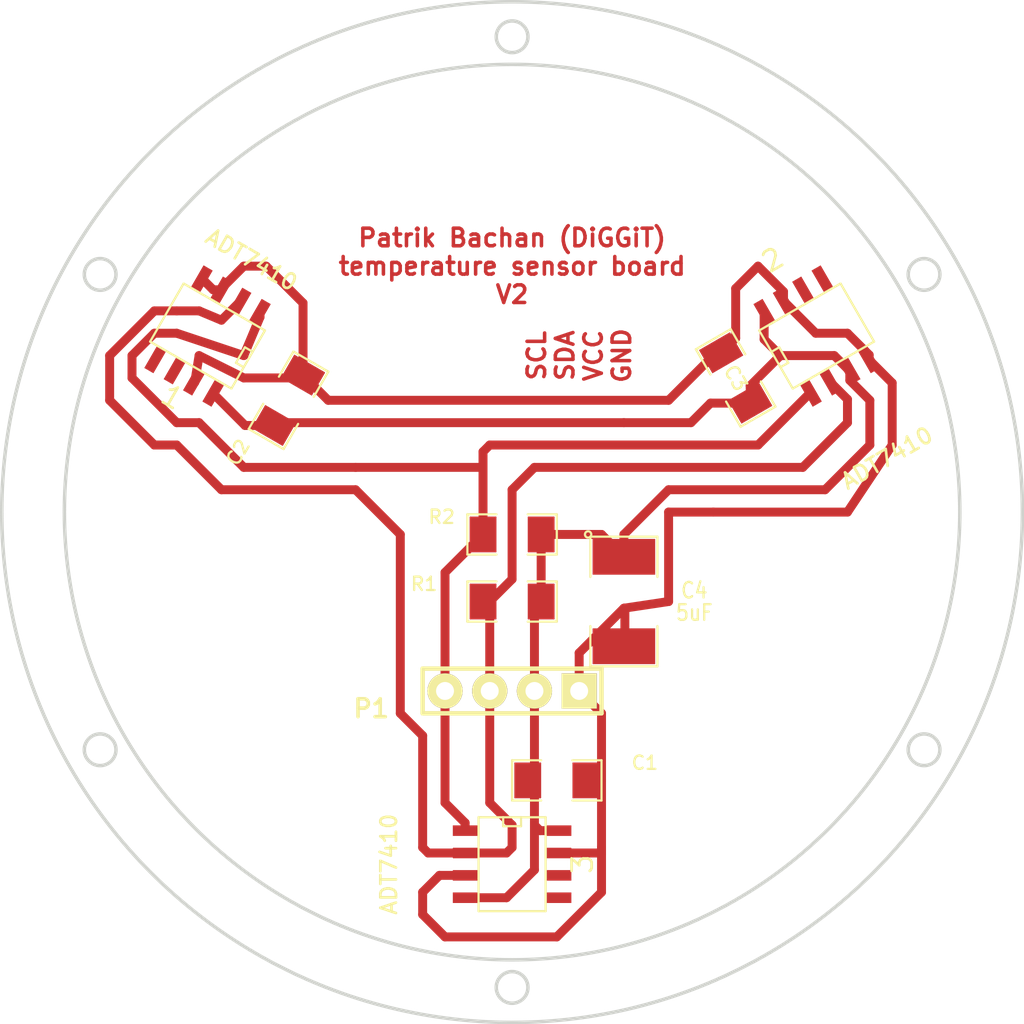
<source format=kicad_pcb>
(kicad_pcb (version 3) (host pcbnew "(2013-feb-26)-stable")

  (general
    (links 30)
    (no_connects 0)
    (area 110.61171 110.61171 168.78829 168.78829)
    (thickness 1.6)
    (drawings 17)
    (tracks 138)
    (zones 0)
    (modules 10)
    (nets 5)
  )

  (page A3)
  (layers
    (15 F.Cu signal)
    (0 B.Cu signal)
    (16 B.Adhes user)
    (17 F.Adhes user)
    (18 B.Paste user)
    (19 F.Paste user)
    (20 B.SilkS user)
    (21 F.SilkS user)
    (22 B.Mask user)
    (23 F.Mask user)
    (24 Dwgs.User user)
    (25 Cmts.User user)
    (26 Eco1.User user)
    (27 Eco2.User user)
    (28 Edge.Cuts user)
  )

  (setup
    (last_trace_width 0.508)
    (trace_clearance 0.254)
    (zone_clearance 0.508)
    (zone_45_only no)
    (trace_min 0.254)
    (segment_width 0.2)
    (edge_width 0.2)
    (via_size 1.5)
    (via_drill 1)
    (via_min_size 0.889)
    (via_min_drill 0.508)
    (uvia_size 0.508)
    (uvia_drill 0.127)
    (uvias_allowed no)
    (uvia_min_size 0.508)
    (uvia_min_drill 0.127)
    (pcb_text_width 0.3)
    (pcb_text_size 1 1)
    (mod_edge_width 0.15)
    (mod_text_size 1 1)
    (mod_text_width 0.15)
    (pad_size 2 2)
    (pad_drill 1.016)
    (pad_to_mask_clearance 0)
    (aux_axis_origin 140.97 111.76)
    (visible_elements FFFFFFFF)
    (pcbplotparams
      (layerselection 32768)
      (usegerberextensions false)
      (excludeedgelayer false)
      (linewidth 152400)
      (plotframeref false)
      (viasonmask false)
      (mode 1)
      (useauxorigin false)
      (hpglpennumber 1)
      (hpglpenspeed 20)
      (hpglpendiameter 15)
      (hpglpenoverlay 2)
      (psnegative false)
      (psa4output false)
      (plotreference true)
      (plotvalue true)
      (plotothertext true)
      (plotinvisibletext false)
      (padsonsilk false)
      (subtractmaskfromsilk false)
      (outputformat 2)
      (mirror true)
      (drillshape 1)
      (scaleselection 1)
      (outputdirectory holes.ps/))
  )

  (net 0 "")
  (net 1 N-000003)
  (net 2 N-000004)
  (net 3 N-000005)
  (net 4 N-000008)

  (net_class Default "This is the default net class."
    (clearance 0.254)
    (trace_width 0.508)
    (via_dia 1.5)
    (via_drill 1)
    (uvia_dia 0.508)
    (uvia_drill 0.127)
    (add_net "")
    (add_net N-000003)
    (add_net N-000004)
    (add_net N-000005)
    (add_net N-000008)
  )

  (module SO8E (layer F.Cu) (tedit 51705649) (tstamp 5165A6AF)
    (at 157 129.7 30)
    (descr "module CMS SOJ 8 pins etroit")
    (tags "CMS SOJ")
    (path /516BA526)
    (attr smd)
    (fp_text reference 2 (at 0 -5 30) (layer F.SilkS)
      (effects (font (size 1.143 1.143) (thickness 0.1524)))
    )
    (fp_text value ADT7410 (at 0 8 30) (layer F.SilkS)
      (effects (font (size 0.889 0.889) (thickness 0.1524)))
    )
    (fp_line (start -2.667 1.778) (end -2.667 1.905) (layer F.SilkS) (width 0.127))
    (fp_line (start -2.667 1.905) (end 2.667 1.905) (layer F.SilkS) (width 0.127))
    (fp_line (start 2.667 -1.905) (end -2.667 -1.905) (layer F.SilkS) (width 0.127))
    (fp_line (start -2.667 -1.905) (end -2.667 1.778) (layer F.SilkS) (width 0.127))
    (fp_line (start -2.667 -0.508) (end -2.159 -0.508) (layer F.SilkS) (width 0.127))
    (fp_line (start -2.159 -0.508) (end -2.159 0.508) (layer F.SilkS) (width 0.127))
    (fp_line (start -2.159 0.508) (end -2.667 0.508) (layer F.SilkS) (width 0.127))
    (fp_line (start 2.667 -1.905) (end 2.667 1.905) (layer F.SilkS) (width 0.127))
    (pad 8 smd rect (at -1.905 -2.667 30) (size 0.59944 1.39954)
      (layers F.Cu F.Paste F.Mask)
      (net 3 N-000005)
    )
    (pad 1 smd rect (at -1.905 2.667 30) (size 0.59944 1.39954)
      (layers F.Cu F.Paste F.Mask)
      (net 1 N-000003)
    )
    (pad 7 smd rect (at -0.635 -2.667 30) (size 0.59944 1.39954)
      (layers F.Cu F.Paste F.Mask)
      (net 4 N-000008)
    )
    (pad 6 smd rect (at 0.635 -2.667 30) (size 0.59944 1.39954)
      (layers F.Cu F.Paste F.Mask)
    )
    (pad 5 smd rect (at 1.905 -2.667 30) (size 0.59944 1.39954)
      (layers F.Cu F.Paste F.Mask)
    )
    (pad 2 smd rect (at -0.635 2.667 30) (size 0.59944 1.39954)
      (layers F.Cu F.Paste F.Mask)
      (net 2 N-000004)
    )
    (pad 3 smd rect (at 0.635 2.667 30) (size 0.59944 1.39954)
      (layers F.Cu F.Paste F.Mask)
      (net 3 N-000005)
    )
    (pad 4 smd rect (at 1.905 2.667 30) (size 0.59944 1.39954)
      (layers F.Cu F.Paste F.Mask)
      (net 4 N-000008)
    )
    (model smd/cms_so8.wrl
      (at (xyz 0 0 0))
      (scale (xyz 0.5 0.32 0.5))
      (rotate (xyz 0 0 0))
    )
  )

  (module SO8E (layer F.Cu) (tedit 5170568A) (tstamp 5165A6C3)
    (at 122.4 129.7 150)
    (descr "module CMS SOJ 8 pins etroit")
    (tags "CMS SOJ")
    (path /516BA52D)
    (attr smd)
    (fp_text reference 1 (at 0 -4 150) (layer F.SilkS)
      (effects (font (size 1.143 1.143) (thickness 0.1524)))
    )
    (fp_text value ADT7410 (at 0 5 150) (layer F.SilkS)
      (effects (font (size 0.889 0.889) (thickness 0.1524)))
    )
    (fp_line (start -2.667 1.778) (end -2.667 1.905) (layer F.SilkS) (width 0.127))
    (fp_line (start -2.667 1.905) (end 2.667 1.905) (layer F.SilkS) (width 0.127))
    (fp_line (start 2.667 -1.905) (end -2.667 -1.905) (layer F.SilkS) (width 0.127))
    (fp_line (start -2.667 -1.905) (end -2.667 1.778) (layer F.SilkS) (width 0.127))
    (fp_line (start -2.667 -0.508) (end -2.159 -0.508) (layer F.SilkS) (width 0.127))
    (fp_line (start -2.159 -0.508) (end -2.159 0.508) (layer F.SilkS) (width 0.127))
    (fp_line (start -2.159 0.508) (end -2.667 0.508) (layer F.SilkS) (width 0.127))
    (fp_line (start 2.667 -1.905) (end 2.667 1.905) (layer F.SilkS) (width 0.127))
    (pad 8 smd rect (at -1.905 -2.667 150) (size 0.59944 1.39954)
      (layers F.Cu F.Paste F.Mask)
      (net 3 N-000005)
    )
    (pad 1 smd rect (at -1.905 2.667 150) (size 0.59944 1.39954)
      (layers F.Cu F.Paste F.Mask)
      (net 1 N-000003)
    )
    (pad 7 smd rect (at -0.635 -2.667 150) (size 0.59944 1.39954)
      (layers F.Cu F.Paste F.Mask)
      (net 4 N-000008)
    )
    (pad 6 smd rect (at 0.635 -2.667 150) (size 0.59944 1.39954)
      (layers F.Cu F.Paste F.Mask)
    )
    (pad 5 smd rect (at 1.905 -2.667 150) (size 0.59944 1.39954)
      (layers F.Cu F.Paste F.Mask)
    )
    (pad 2 smd rect (at -0.635 2.667 150) (size 0.59944 1.39954)
      (layers F.Cu F.Paste F.Mask)
      (net 2 N-000004)
    )
    (pad 3 smd rect (at 0.635 2.667 150) (size 0.59944 1.39954)
      (layers F.Cu F.Paste F.Mask)
      (net 4 N-000008)
    )
    (pad 4 smd rect (at 1.905 2.667 150) (size 0.59944 1.39954)
      (layers F.Cu F.Paste F.Mask)
      (net 4 N-000008)
    )
    (model smd/cms_so8.wrl
      (at (xyz 0 0 0))
      (scale (xyz 0.5 0.32 0.5))
      (rotate (xyz 0 0 0))
    )
  )

  (module SO8E (layer F.Cu) (tedit 51705699) (tstamp 5165A6D7)
    (at 139.7 159.7 270)
    (descr "module CMS SOJ 8 pins etroit")
    (tags "CMS SOJ")
    (path /516BA40B)
    (attr smd)
    (fp_text reference 3 (at 0 -4 270) (layer F.SilkS)
      (effects (font (size 1.143 1.143) (thickness 0.1524)))
    )
    (fp_text value ADT7410 (at 0 7 270) (layer F.SilkS)
      (effects (font (size 0.889 0.889) (thickness 0.1524)))
    )
    (fp_line (start -2.667 1.778) (end -2.667 1.905) (layer F.SilkS) (width 0.127))
    (fp_line (start -2.667 1.905) (end 2.667 1.905) (layer F.SilkS) (width 0.127))
    (fp_line (start 2.667 -1.905) (end -2.667 -1.905) (layer F.SilkS) (width 0.127))
    (fp_line (start -2.667 -1.905) (end -2.667 1.778) (layer F.SilkS) (width 0.127))
    (fp_line (start -2.667 -0.508) (end -2.159 -0.508) (layer F.SilkS) (width 0.127))
    (fp_line (start -2.159 -0.508) (end -2.159 0.508) (layer F.SilkS) (width 0.127))
    (fp_line (start -2.159 0.508) (end -2.667 0.508) (layer F.SilkS) (width 0.127))
    (fp_line (start 2.667 -1.905) (end 2.667 1.905) (layer F.SilkS) (width 0.127))
    (pad 8 smd rect (at -1.905 -2.667 270) (size 0.59944 1.39954)
      (layers F.Cu F.Paste F.Mask)
      (net 3 N-000005)
    )
    (pad 1 smd rect (at -1.905 2.667 270) (size 0.59944 1.39954)
      (layers F.Cu F.Paste F.Mask)
      (net 1 N-000003)
    )
    (pad 7 smd rect (at -0.635 -2.667 270) (size 0.59944 1.39954)
      (layers F.Cu F.Paste F.Mask)
      (net 4 N-000008)
    )
    (pad 6 smd rect (at 0.635 -2.667 270) (size 0.59944 1.39954)
      (layers F.Cu F.Paste F.Mask)
    )
    (pad 5 smd rect (at 1.905 -2.667 270) (size 0.59944 1.39954)
      (layers F.Cu F.Paste F.Mask)
    )
    (pad 2 smd rect (at -0.635 2.667 270) (size 0.59944 1.39954)
      (layers F.Cu F.Paste F.Mask)
      (net 2 N-000004)
    )
    (pad 3 smd rect (at 0.635 2.667 270) (size 0.59944 1.39954)
      (layers F.Cu F.Paste F.Mask)
      (net 4 N-000008)
    )
    (pad 4 smd rect (at 1.905 2.667 270) (size 0.59944 1.39954)
      (layers F.Cu F.Paste F.Mask)
      (net 3 N-000005)
    )
    (model smd/cms_so8.wrl
      (at (xyz 0 0 0))
      (scale (xyz 0.5 0.32 0.5))
      (rotate (xyz 0 0 0))
    )
  )

  (module SM1206 (layer F.Cu) (tedit 5170555D) (tstamp 5165A6E3)
    (at 139.7 144.78 180)
    (path /5165A5DE)
    (attr smd)
    (fp_text reference R1 (at 5 1 180) (layer F.SilkS)
      (effects (font (size 0.762 0.762) (thickness 0.127)))
    )
    (fp_text value 5k (at 5 -1 180) (layer F.SilkS) hide
      (effects (font (size 0.762 0.762) (thickness 0.127)))
    )
    (fp_line (start -2.54 -1.143) (end -2.54 1.143) (layer F.SilkS) (width 0.127))
    (fp_line (start -2.54 1.143) (end -0.889 1.143) (layer F.SilkS) (width 0.127))
    (fp_line (start 0.889 -1.143) (end 2.54 -1.143) (layer F.SilkS) (width 0.127))
    (fp_line (start 2.54 -1.143) (end 2.54 1.143) (layer F.SilkS) (width 0.127))
    (fp_line (start 2.54 1.143) (end 0.889 1.143) (layer F.SilkS) (width 0.127))
    (fp_line (start -0.889 -1.143) (end -2.54 -1.143) (layer F.SilkS) (width 0.127))
    (pad 1 smd rect (at -1.651 0 180) (size 1.524 2.032)
      (layers F.Cu F.Paste F.Mask)
      (net 3 N-000005)
    )
    (pad 2 smd rect (at 1.651 0 180) (size 1.524 2.032)
      (layers F.Cu F.Paste F.Mask)
      (net 2 N-000004)
    )
    (model smd/chip_cms.wrl
      (at (xyz 0 0 0))
      (scale (xyz 0.17 0.16 0.16))
      (rotate (xyz 0 0 0))
    )
  )

  (module SM1206 (layer F.Cu) (tedit 5170552B) (tstamp 5165A6EF)
    (at 139.7 140.97 180)
    (path /5165A5EB)
    (attr smd)
    (fp_text reference R2 (at 4 1 180) (layer F.SilkS)
      (effects (font (size 0.762 0.762) (thickness 0.127)))
    )
    (fp_text value 5k (at 4 -1 180) (layer F.SilkS) hide
      (effects (font (size 0.762 0.762) (thickness 0.127)))
    )
    (fp_line (start -2.54 -1.143) (end -2.54 1.143) (layer F.SilkS) (width 0.127))
    (fp_line (start -2.54 1.143) (end -0.889 1.143) (layer F.SilkS) (width 0.127))
    (fp_line (start 0.889 -1.143) (end 2.54 -1.143) (layer F.SilkS) (width 0.127))
    (fp_line (start 2.54 -1.143) (end 2.54 1.143) (layer F.SilkS) (width 0.127))
    (fp_line (start 2.54 1.143) (end 0.889 1.143) (layer F.SilkS) (width 0.127))
    (fp_line (start -0.889 -1.143) (end -2.54 -1.143) (layer F.SilkS) (width 0.127))
    (pad 1 smd rect (at -1.651 0 180) (size 1.524 2.032)
      (layers F.Cu F.Paste F.Mask)
      (net 3 N-000005)
    )
    (pad 2 smd rect (at 1.651 0 180) (size 1.524 2.032)
      (layers F.Cu F.Paste F.Mask)
      (net 1 N-000003)
    )
    (model smd/chip_cms.wrl
      (at (xyz 0 0 0))
      (scale (xyz 0.17 0.16 0.16))
      (rotate (xyz 0 0 0))
    )
  )

  (module SM1206 (layer F.Cu) (tedit 517055AE) (tstamp 5165A6FB)
    (at 142.24 154.94)
    (path /5165A6AE)
    (attr smd)
    (fp_text reference C1 (at 5 -1) (layer F.SilkS)
      (effects (font (size 0.762 0.762) (thickness 0.127)))
    )
    (fp_text value 100n (at 5 1) (layer F.SilkS) hide
      (effects (font (size 0.762 0.762) (thickness 0.127)))
    )
    (fp_line (start -2.54 -1.143) (end -2.54 1.143) (layer F.SilkS) (width 0.127))
    (fp_line (start -2.54 1.143) (end -0.889 1.143) (layer F.SilkS) (width 0.127))
    (fp_line (start 0.889 -1.143) (end 2.54 -1.143) (layer F.SilkS) (width 0.127))
    (fp_line (start 2.54 -1.143) (end 2.54 1.143) (layer F.SilkS) (width 0.127))
    (fp_line (start 2.54 1.143) (end 0.889 1.143) (layer F.SilkS) (width 0.127))
    (fp_line (start -0.889 -1.143) (end -2.54 -1.143) (layer F.SilkS) (width 0.127))
    (pad 1 smd rect (at -1.651 0) (size 1.524 2.032)
      (layers F.Cu F.Paste F.Mask)
      (net 3 N-000005)
    )
    (pad 2 smd rect (at 1.651 0) (size 1.524 2.032)
      (layers F.Cu F.Paste F.Mask)
      (net 4 N-000008)
    )
    (model smd/chip_cms.wrl
      (at (xyz 0 0 0))
      (scale (xyz 0.17 0.16 0.16))
      (rotate (xyz 0 0 0))
    )
  )

  (module SM1206 (layer F.Cu) (tedit 517054EA) (tstamp 5165B402)
    (at 127 133.35 60)
    (path /5165A6BB)
    (attr smd)
    (fp_text reference C2 (at -4 -1 60) (layer F.SilkS)
      (effects (font (size 0.762 0.762) (thickness 0.127)))
    )
    (fp_text value 100n (at -4.5 1 60) (layer F.SilkS) hide
      (effects (font (size 0.762 0.762) (thickness 0.127)))
    )
    (fp_line (start -2.54 -1.143) (end -2.54 1.143) (layer F.SilkS) (width 0.127))
    (fp_line (start -2.54 1.143) (end -0.889 1.143) (layer F.SilkS) (width 0.127))
    (fp_line (start 0.889 -1.143) (end 2.54 -1.143) (layer F.SilkS) (width 0.127))
    (fp_line (start 2.54 -1.143) (end 2.54 1.143) (layer F.SilkS) (width 0.127))
    (fp_line (start 2.54 1.143) (end 0.889 1.143) (layer F.SilkS) (width 0.127))
    (fp_line (start -0.889 -1.143) (end -2.54 -1.143) (layer F.SilkS) (width 0.127))
    (pad 1 smd rect (at -1.651 0 60) (size 1.524 2.032)
      (layers F.Cu F.Paste F.Mask)
      (net 3 N-000005)
    )
    (pad 2 smd rect (at 1.651 0 60) (size 1.524 2.032)
      (layers F.Cu F.Paste F.Mask)
      (net 4 N-000008)
    )
    (model smd/chip_cms.wrl
      (at (xyz 0 0 0))
      (scale (xyz 0.17 0.16 0.16))
      (rotate (xyz 0 0 0))
    )
  )

  (module SM1206 (layer F.Cu) (tedit 5170566F) (tstamp 5165A713)
    (at 152.4 132.08 120)
    (path /5165A6C1)
    (attr smd)
    (fp_text reference C3 (at 0 0 120) (layer F.SilkS)
      (effects (font (size 0.762 0.762) (thickness 0.127)))
    )
    (fp_text value 100n (at 0 -2 210) (layer F.SilkS) hide
      (effects (font (size 0.762 0.762) (thickness 0.127)))
    )
    (fp_line (start -2.54 -1.143) (end -2.54 1.143) (layer F.SilkS) (width 0.127))
    (fp_line (start -2.54 1.143) (end -0.889 1.143) (layer F.SilkS) (width 0.127))
    (fp_line (start 0.889 -1.143) (end 2.54 -1.143) (layer F.SilkS) (width 0.127))
    (fp_line (start 2.54 -1.143) (end 2.54 1.143) (layer F.SilkS) (width 0.127))
    (fp_line (start 2.54 1.143) (end 0.889 1.143) (layer F.SilkS) (width 0.127))
    (fp_line (start -0.889 -1.143) (end -2.54 -1.143) (layer F.SilkS) (width 0.127))
    (pad 1 smd rect (at -1.651 0 120) (size 1.524 2.032)
      (layers F.Cu F.Paste F.Mask)
      (net 3 N-000005)
    )
    (pad 2 smd rect (at 1.651 0 120) (size 1.524 2.032)
      (layers F.Cu F.Paste F.Mask)
      (net 4 N-000008)
    )
    (model smd/chip_cms.wrl
      (at (xyz 0 0 0))
      (scale (xyz 0.17 0.16 0.16))
      (rotate (xyz 0 0 0))
    )
  )

  (module PIN_ARRAY_4x1 (layer F.Cu) (tedit 5170557B) (tstamp 5165A72B)
    (at 139.7 149.86 180)
    (descr "Double rangee de contacts 2 x 5 pins")
    (tags CONN)
    (path /5165A3AC)
    (fp_text reference P1 (at 8 -1 180) (layer F.SilkS)
      (effects (font (size 1.016 1.016) (thickness 0.2032)))
    )
    (fp_text value MAIN (at 8 1 180) (layer F.SilkS) hide
      (effects (font (size 1.016 1.016) (thickness 0.2032)))
    )
    (fp_line (start 5.08 1.27) (end -5.08 1.27) (layer F.SilkS) (width 0.254))
    (fp_line (start 5.08 -1.27) (end -5.08 -1.27) (layer F.SilkS) (width 0.254))
    (fp_line (start -5.08 -1.27) (end -5.08 1.27) (layer F.SilkS) (width 0.254))
    (fp_line (start 5.08 1.27) (end 5.08 -1.27) (layer F.SilkS) (width 0.254))
    (pad 1 thru_hole rect (at -3.81 0 180) (size 2 2) (drill 1.016)
      (layers *.Cu *.Mask F.SilkS)
      (net 4 N-000008)
    )
    (pad 2 thru_hole circle (at -1.27 0 180) (size 2 2) (drill 1.016)
      (layers *.Cu *.Mask F.SilkS)
      (net 3 N-000005)
    )
    (pad 3 thru_hole circle (at 1.27 0 180) (size 2 2) (drill 1.016)
      (layers *.Cu *.Mask F.SilkS)
      (net 2 N-000004)
    )
    (pad 4 thru_hole circle (at 3.81 0 180) (size 2 2) (drill 1.016)
      (layers *.Cu *.Mask F.SilkS)
      (net 1 N-000003)
    )
    (model pin_array\pins_array_4x1.wrl
      (at (xyz 0 0 0))
      (scale (xyz 1 1 1))
      (rotate (xyz 0 0 0))
    )
  )

  (module SM1812L (layer F.Cu) (tedit 51705615) (tstamp 5165A71F)
    (at 146.05 144.78 270)
    (tags "CMS SM")
    (path /5165A807)
    (attr smd)
    (fp_text reference C4 (at -0.62992 -4 360) (layer F.SilkS)
      (effects (font (size 0.889 0.762) (thickness 0.127)))
    )
    (fp_text value 5uF (at 0.635 -4 360) (layer F.SilkS)
      (effects (font (size 0.889 0.762) (thickness 0.127)))
    )
    (fp_circle (center -3.81 2.032) (end -3.683 1.905) (layer F.SilkS) (width 0.127))
    (fp_line (start 1.397 1.905) (end 3.683 1.905) (layer F.SilkS) (width 0.127))
    (fp_line (start 3.683 1.905) (end 3.683 -1.905) (layer F.SilkS) (width 0.127))
    (fp_line (start 3.683 -1.905) (end 1.397 -1.905) (layer F.SilkS) (width 0.127))
    (fp_line (start -1.397 -1.905) (end -3.683 -1.905) (layer F.SilkS) (width 0.127))
    (fp_line (start -3.683 -1.905) (end -3.683 1.905) (layer F.SilkS) (width 0.127))
    (fp_line (start -3.683 1.905) (end -1.397 1.905) (layer F.SilkS) (width 0.127))
    (pad 1 smd rect (at -2.54 0 270) (size 2.032 3.556)
      (layers F.Cu F.Paste F.Mask)
      (net 3 N-000005)
    )
    (pad 2 smd rect (at 2.54 0 270) (size 2.032 3.556)
      (layers F.Cu F.Paste F.Mask)
      (net 4 N-000008)
    )
    (model smd/chip_cms.wrl
      (at (xyz 0 0 0))
      (scale (xyz 0.27 0.3 0.3))
      (rotate (xyz 0 0 0))
    )
  )

  (gr_circle (center 116.3 153.2) (end 116.3 154.1) (layer Edge.Cuts) (width 0.2))
  (gr_circle (center 163.1 153.2) (end 163.1 154.1) (layer Edge.Cuts) (width 0.2))
  (gr_circle (center 139.7 112.7) (end 140.6 112.7) (layer Edge.Cuts) (width 0.2))
  (gr_circle (center 139.7 139.7) (end 165.1 153.67) (layer Edge.Cuts) (width 0.2))
  (gr_circle (center 139.7 139.7) (end 165.1 138.43) (layer Edge.Cuts) (width 0.2))
  (gr_text "Patrik Bachan (DiGGiT)\ntemperature sensor board\nV2" (at 139.7 125.73) (layer F.Cu)
    (effects (font (size 1 1) (thickness 0.2)))
  )
  (gr_text "SCL\nSDA\nVCC\nGND" (at 143.51 130.81 90) (layer F.Cu)
    (effects (font (size 1 1) (thickness 0.2)))
  )
  (gr_circle (center 163.1 126.2) (end 163.1 127.1) (layer Edge.Cuts) (width 0.2))
  (gr_circle (center 116.3 126.2) (end 116.3 127.1) (layer Edge.Cuts) (width 0.2))
  (gr_circle (center 139.7 139.7) (end 139.7 139.7) (layer Dwgs.User) (width 0.2) (tstamp 5165AD1E))
  (gr_circle (center 139.7 139.7) (end 143.51 139.7) (layer Dwgs.User) (width 0.2))
  (gr_line (start 139.7 139.7) (end 146.05 139.7) (angle 90) (layer Dwgs.User) (width 0.2))
  (gr_line (start 139.7 139.7) (end 134.62 139.7) (angle 90) (layer Dwgs.User) (width 0.2))
  (gr_line (start 139.7 144.78) (end 139.7 139.7) (angle 90) (layer Dwgs.User) (width 0.2))
  (gr_line (start 139.7 134.62) (end 139.7 144.78) (angle 90) (layer Dwgs.User) (width 0.2))
  (gr_line (start 139.7 139.7) (end 139.7 134.62) (angle 90) (layer Dwgs.User) (width 0.2))
  (gr_circle (center 139.7 166.7) (end 140.6 166.7) (layer Edge.Cuts) (width 0.2) (tstamp 5165AC76))

  (segment (start 138.049 137.16) (end 130.81 137.16) (width 0.508) (layer F.Cu) (net 1))
  (segment (start 125.383278 128.616722) (end 125.383278 128.34281) (width 0.508) (layer F.Cu) (net 1) (tstamp 51705795))
  (segment (start 124.46 130.81) (end 125.383278 128.616722) (width 0.508) (layer F.Cu) (net 1) (tstamp 51705794))
  (segment (start 120.65 129.54) (end 124.46 130.81) (width 0.508) (layer F.Cu) (net 1) (tstamp 51705793))
  (segment (start 119.38 129.54) (end 120.65 129.54) (width 0.508) (layer F.Cu) (net 1) (tstamp 51705792))
  (segment (start 118.11 130.81) (end 119.38 129.54) (width 0.508) (layer F.Cu) (net 1) (tstamp 51705791))
  (segment (start 118.11 132.08) (end 118.11 130.81) (width 0.508) (layer F.Cu) (net 1) (tstamp 51705790))
  (segment (start 120.65 134.62) (end 118.11 132.08) (width 0.508) (layer F.Cu) (net 1) (tstamp 5170578F))
  (segment (start 121.92 134.62) (end 120.65 134.62) (width 0.508) (layer F.Cu) (net 1) (tstamp 5170578E))
  (segment (start 124.46 137.16) (end 121.92 134.62) (width 0.508) (layer F.Cu) (net 1) (tstamp 5170578D))
  (segment (start 130.81 137.16) (end 124.46 137.16) (width 0.508) (layer F.Cu) (net 1) (tstamp 5170578C))
  (segment (start 156.683722 132.96219) (end 156.59781 132.96219) (width 0.508) (layer F.Cu) (net 1) (status 30))
  (segment (start 138.049 136.271) (end 138.049 137.16) (width 0.508) (layer F.Cu) (net 1) (tstamp 516C558A) (status 20))
  (segment (start 138.049 137.16) (end 138.049 140.97) (width 0.508) (layer F.Cu) (net 1) (tstamp 5170578A) (status 20))
  (segment (start 138.43 135.89) (end 138.049 136.271) (width 0.508) (layer F.Cu) (net 1) (tstamp 516C5588))
  (segment (start 153.67 135.89) (end 138.43 135.89) (width 0.508) (layer F.Cu) (net 1) (tstamp 516C5587))
  (segment (start 156.59781 132.96219) (end 153.67 135.89) (width 0.508) (layer F.Cu) (net 1) (tstamp 516C5586) (status 10))
  (segment (start 135.89 149.86) (end 135.89 143.129) (width 0.508) (layer F.Cu) (net 1) (status 10))
  (segment (start 135.89 143.129) (end 138.049 140.97) (width 0.508) (layer F.Cu) (net 1) (tstamp 516C552D) (status 20))
  (segment (start 137.033 157.795) (end 137.033 157.353) (width 0.508) (layer F.Cu) (net 1) (status 10))
  (segment (start 135.89 156.21) (end 135.89 149.86) (width 0.508) (layer F.Cu) (net 1) (tstamp 516C551F) (status 20))
  (segment (start 137.033 157.353) (end 135.89 156.21) (width 0.508) (layer F.Cu) (net 1) (tstamp 516C551D))
  (segment (start 137.033 159.065) (end 134.935 159.065) (width 0.508) (layer F.Cu) (net 2))
  (segment (start 123.19 128.801236) (end 124.283426 127.70781) (width 0.508) (layer F.Cu) (net 2) (tstamp 517057D0))
  (segment (start 121.92 128.27) (end 123.19 128.801236) (width 0.508) (layer F.Cu) (net 2) (tstamp 517057CF))
  (segment (start 121.92 128.27) (end 121.92 128.27) (width 0.508) (layer F.Cu) (net 2) (tstamp 517057CE))
  (segment (start 120.65 128.27) (end 121.92 128.27) (width 0.508) (layer F.Cu) (net 2) (tstamp 517057CD))
  (segment (start 119.38 128.27) (end 120.65 128.27) (width 0.508) (layer F.Cu) (net 2) (tstamp 517057CC))
  (segment (start 116.84 130.81) (end 119.38 128.27) (width 0.508) (layer F.Cu) (net 2) (tstamp 517057CB))
  (segment (start 116.84 133.35) (end 116.84 130.81) (width 0.508) (layer F.Cu) (net 2) (tstamp 517057C9))
  (segment (start 119.38 135.89) (end 116.84 133.35) (width 0.508) (layer F.Cu) (net 2) (tstamp 517057C8))
  (segment (start 120.65 135.89) (end 119.38 135.89) (width 0.508) (layer F.Cu) (net 2) (tstamp 517057C7))
  (segment (start 123.19 138.43) (end 120.65 135.89) (width 0.508) (layer F.Cu) (net 2) (tstamp 517057C5))
  (segment (start 130.81 138.43) (end 123.19 138.43) (width 0.508) (layer F.Cu) (net 2) (tstamp 517057C3))
  (segment (start 133.35 140.97) (end 130.81 138.43) (width 0.508) (layer F.Cu) (net 2) (tstamp 517057C2))
  (segment (start 133.35 151.13) (end 133.35 140.97) (width 0.508) (layer F.Cu) (net 2) (tstamp 517057C1))
  (segment (start 134.62 152.4) (end 133.35 151.13) (width 0.508) (layer F.Cu) (net 2) (tstamp 517057C0))
  (segment (start 134.62 158.75) (end 134.62 152.4) (width 0.508) (layer F.Cu) (net 2) (tstamp 517057BF))
  (segment (start 134.935 159.065) (end 134.62 158.75) (width 0.508) (layer F.Cu) (net 2) (tstamp 517057BE))
  (segment (start 139.7 138.43) (end 140.97 137.16) (width 0.508) (layer F.Cu) (net 2))
  (segment (start 138.43 144.78) (end 139.7 143.51) (width 0.508) (layer F.Cu) (net 2) (tstamp 516C5559) (status 10))
  (segment (start 139.7 143.51) (end 139.7 138.43) (width 0.508) (layer F.Cu) (net 2) (tstamp 516C5562))
  (segment (start 138.049 144.78) (end 138.43 144.78) (width 0.508) (layer F.Cu) (net 2) (status 30))
  (segment (start 158.75 133.293616) (end 157.783574 132.32719) (width 0.508) (layer F.Cu) (net 2) (tstamp 516C55A9) (status 20))
  (segment (start 158.75 134.62) (end 158.75 133.293616) (width 0.508) (layer F.Cu) (net 2) (tstamp 516C55A7))
  (segment (start 156.21 137.16) (end 158.75 134.62) (width 0.508) (layer F.Cu) (net 2) (tstamp 516C55A6))
  (segment (start 140.97 137.16) (end 156.21 137.16) (width 0.508) (layer F.Cu) (net 2) (tstamp 516C55A5))
  (segment (start 138.43 149.86) (end 138.43 156.21) (width 0.508) (layer F.Cu) (net 2) (status 10))
  (segment (start 139.385 159.065) (end 137.033 159.065) (width 0.508) (layer F.Cu) (net 2) (tstamp 516C5527) (status 20))
  (segment (start 139.7 158.75) (end 139.385 159.065) (width 0.508) (layer F.Cu) (net 2) (tstamp 516C5526))
  (segment (start 139.7 157.48) (end 139.7 158.75) (width 0.508) (layer F.Cu) (net 2) (tstamp 516C5524))
  (segment (start 138.43 156.21) (end 139.7 157.48) (width 0.508) (layer F.Cu) (net 2) (tstamp 516C5522))
  (segment (start 138.43 149.86) (end 138.43 145.161) (width 0.508) (layer F.Cu) (net 2) (status 30))
  (segment (start 138.43 145.161) (end 138.049 144.78) (width 0.508) (layer F.Cu) (net 2) (tstamp 5165B74A) (status 30))
  (segment (start 158.883426 131.69219) (end 158.883426 132.213426) (width 0.508) (layer F.Cu) (net 3))
  (segment (start 146.05 140.97) (end 146.05 142.24) (width 0.508) (layer F.Cu) (net 3) (tstamp 5170576A))
  (segment (start 148.59 138.43) (end 146.05 140.97) (width 0.508) (layer F.Cu) (net 3) (tstamp 51705768))
  (segment (start 157.48 138.43) (end 148.59 138.43) (width 0.508) (layer F.Cu) (net 3) (tstamp 51705766))
  (segment (start 160.02 135.89) (end 157.48 138.43) (width 0.508) (layer F.Cu) (net 3) (tstamp 51705764))
  (segment (start 160.02 133.35) (end 160.02 135.89) (width 0.508) (layer F.Cu) (net 3) (tstamp 51705763))
  (segment (start 158.883426 132.213426) (end 160.02 133.35) (width 0.508) (layer F.Cu) (net 3) (tstamp 51705762))
  (segment (start 141.351 140.97) (end 144.78 140.97) (width 0.508) (layer F.Cu) (net 3))
  (segment (start 144.78 140.97) (end 146.05 142.24) (width 0.508) (layer F.Cu) (net 3) (tstamp 51705758))
  (segment (start 140.97 149.86) (end 140.97 145.161) (width 0.508) (layer F.Cu) (net 3) (status 30))
  (segment (start 140.97 145.161) (end 141.351 144.78) (width 0.508) (layer F.Cu) (net 3) (tstamp 516DB4DD) (status 30))
  (segment (start 146.05 134.62) (end 126.334308 134.62) (width 0.508) (layer F.Cu) (net 3) (status 20))
  (segment (start 126.334308 134.62) (end 126.1745 134.779808) (width 0.508) (layer F.Cu) (net 3) (tstamp 516C55E8) (status 30))
  (segment (start 153.2255 133.509808) (end 150.970192 133.509808) (width 0.508) (layer F.Cu) (net 3) (status 10))
  (segment (start 150.970192 133.509808) (end 149.86 134.62) (width 0.508) (layer F.Cu) (net 3) (tstamp 516C55C9))
  (segment (start 149.86 134.62) (end 146.05 134.62) (width 0.508) (layer F.Cu) (net 3) (tstamp 516C55CE))
  (segment (start 137.033 161.605) (end 139.385 161.605) (width 0.508) (layer F.Cu) (net 3) (status 10))
  (segment (start 140.97 160.02) (end 140.97 157.48) (width 0.508) (layer F.Cu) (net 3) (tstamp 516C54FE))
  (segment (start 139.385 161.605) (end 140.97 160.02) (width 0.508) (layer F.Cu) (net 3) (tstamp 516C54FC))
  (segment (start 153.2255 133.509808) (end 153.2255 132.5245) (width 0.508) (layer F.Cu) (net 3) (status 10))
  (segment (start 153.2255 132.5245) (end 154.94 130.81) (width 0.508) (layer F.Cu) (net 3) (tstamp 516C548C))
  (segment (start 154.94 130.81) (end 158.001236 130.81) (width 0.508) (layer F.Cu) (net 3))
  (segment (start 154.016722 129.886722) (end 154.94 130.81) (width 0.508) (layer F.Cu) (net 3) (tstamp 516C5462))
  (segment (start 154.016722 128.34281) (end 154.016722 129.886722) (width 0.508) (layer F.Cu) (net 3) (status 10))
  (segment (start 158.001236 130.81) (end 158.883426 131.69219) (width 0.508) (layer F.Cu) (net 3) (tstamp 516C5469) (status 20))
  (segment (start 142.367 157.795) (end 141.285 157.795) (width 0.508) (layer F.Cu) (net 3) (status 10))
  (segment (start 140.97 155.321) (end 140.589 154.94) (width 0.508) (layer F.Cu) (net 3) (tstamp 5167178A) (status 30))
  (segment (start 140.97 157.48) (end 140.97 155.321) (width 0.508) (layer F.Cu) (net 3) (tstamp 51671787) (status 20))
  (segment (start 141.285 157.795) (end 140.97 157.48) (width 0.508) (layer F.Cu) (net 3) (tstamp 51671786))
  (segment (start 140.97 149.86) (end 140.97 154.559) (width 0.508) (layer F.Cu) (net 3) (status 30))
  (segment (start 140.97 154.559) (end 140.589 154.94) (width 0.508) (layer F.Cu) (net 3) (tstamp 5167177E) (status 30))
  (segment (start 126.1745 134.779808) (end 124.533896 134.779808) (width 0.508) (layer F.Cu) (net 3) (status 10))
  (segment (start 124.533896 134.779808) (end 122.716278 132.96219) (width 0.508) (layer F.Cu) (net 3) (tstamp 5165BDA6) (status 20))
  (segment (start 141.351 140.97) (end 141.351 144.78) (width 0.508) (layer F.Cu) (net 3) (status 30))
  (segment (start 123.183574 127.07281) (end 123.183574 127.006426) (width 0.508) (layer F.Cu) (net 4))
  (segment (start 127.8255 127.8255) (end 127.8255 131.920192) (width 0.508) (layer F.Cu) (net 4) (tstamp 5170579C))
  (segment (start 125.73 125.73) (end 127.8255 127.8255) (width 0.508) (layer F.Cu) (net 4) (tstamp 5170579B))
  (segment (start 124.46 125.73) (end 125.73 125.73) (width 0.508) (layer F.Cu) (net 4) (tstamp 5170579A))
  (segment (start 123.183574 127.006426) (end 124.46 125.73) (width 0.508) (layer F.Cu) (net 4) (tstamp 51705799))
  (segment (start 121.616426 132.32719) (end 121.67281 132.32719) (width 0.508) (layer F.Cu) (net 4))
  (segment (start 121.67281 132.32719) (end 121.92 130.81) (width 0.508) (layer F.Cu) (net 4) (tstamp 51705775))
  (segment (start 121.92 130.81) (end 124.46 132.08) (width 0.508) (layer F.Cu) (net 4) (tstamp 51705776))
  (segment (start 124.46 132.08) (end 128.27 132.08) (width 0.508) (layer F.Cu) (net 4) (tstamp 51705777))
  (segment (start 128.27 132.08) (end 127.8255 131.920192) (width 0.508) (layer F.Cu) (net 4) (tstamp 51705778))
  (segment (start 146.105892 145.152616) (end 146.105892 147.264108) (width 0.508) (layer F.Cu) (net 4) (status 20))
  (segment (start 146.105892 147.264108) (end 146.05 147.32) (width 0.508) (layer F.Cu) (net 4) (tstamp 51705398) (status 30))
  (segment (start 151.5745 130.650192) (end 151.289808 130.650192) (width 0.508) (layer F.Cu) (net 4) (status 30))
  (segment (start 151.289808 130.650192) (end 148.59 133.35) (width 0.508) (layer F.Cu) (net 4) (tstamp 516C54E4) (status 10))
  (segment (start 148.59 133.35) (end 129.255308 133.35) (width 0.508) (layer F.Cu) (net 4) (tstamp 516C54E5))
  (segment (start 129.255308 133.35) (end 127.8255 131.920192) (width 0.508) (layer F.Cu) (net 4) (tstamp 516C54E7) (status 20))
  (segment (start 155.116574 127.70781) (end 155.116574 127.176574) (width 0.508) (layer F.Cu) (net 4) (status 30))
  (segment (start 152.4 129.824692) (end 151.5745 130.650192) (width 0.508) (layer F.Cu) (net 4) (tstamp 516C564C) (status 20))
  (segment (start 152.4 127) (end 152.4 129.824692) (width 0.508) (layer F.Cu) (net 4) (tstamp 516C564A))
  (segment (start 153.67 125.73) (end 152.4 127) (width 0.508) (layer F.Cu) (net 4) (tstamp 516C5648))
  (segment (start 155.116574 127.176574) (end 153.67 125.73) (width 0.508) (layer F.Cu) (net 4) (tstamp 516C5647) (status 10))
  (segment (start 137.033 160.335) (end 135.575 160.335) (width 0.508) (layer F.Cu) (net 4) (status 10))
  (segment (start 142.24 163.83) (end 144.78 161.29) (width 0.508) (layer F.Cu) (net 4) (tstamp 516C5513))
  (segment (start 135.89 163.83) (end 142.24 163.83) (width 0.508) (layer F.Cu) (net 4) (tstamp 516C5511))
  (segment (start 134.62 162.56) (end 135.89 163.83) (width 0.508) (layer F.Cu) (net 4) (tstamp 516C5510))
  (segment (start 134.62 161.29) (end 134.62 162.56) (width 0.508) (layer F.Cu) (net 4) (tstamp 516C550F))
  (segment (start 135.575 160.335) (end 134.62 161.29) (width 0.508) (layer F.Cu) (net 4) (tstamp 516C550E))
  (segment (start 142.367 159.065) (end 144.78 159.065) (width 0.508) (layer F.Cu) (net 4) (status 10))
  (segment (start 144.78 159.065) (end 144.78 158.75) (width 0.508) (layer F.Cu) (net 4) (tstamp 516C5508))
  (segment (start 123.183574 127.07281) (end 122.718722 127.07281) (width 0.508) (layer F.Cu) (net 4) (status 10))
  (segment (start 122.718722 127.07281) (end 122.083722 126.43781) (width 0.508) (layer F.Cu) (net 4) (tstamp 516C549D) (status 20))
  (segment (start 159.983278 131.05719) (end 159.983278 130.773278) (width 0.508) (layer F.Cu) (net 4) (status 30))
  (segment (start 156.948764 129.54) (end 155.116574 127.70781) (width 0.508) (layer F.Cu) (net 4) (tstamp 516C544D) (status 20))
  (segment (start 158.75 129.54) (end 156.948764 129.54) (width 0.508) (layer F.Cu) (net 4) (tstamp 516C5449))
  (segment (start 159.983278 130.773278) (end 158.75 129.54) (width 0.508) (layer F.Cu) (net 4) (tstamp 516C5446) (status 10))
  (segment (start 144.78 154.94) (end 144.78 158.75) (width 0.508) (layer F.Cu) (net 4) (tstamp 5165B666))
  (segment (start 144.78 158.75) (end 144.78 161.29) (width 0.508) (layer F.Cu) (net 4) (tstamp 516C550B))
  (segment (start 144.78 151.13) (end 144.78 154.94) (width 0.508) (layer F.Cu) (net 4) (tstamp 5165B664))
  (segment (start 143.891 154.94) (end 144.78 154.94) (width 0.508) (layer F.Cu) (net 4) (status 10))
  (segment (start 143.51 149.86) (end 144.78 151.13) (width 0.508) (layer F.Cu) (net 4) (status 10))
  (segment (start 146.05 145.161) (end 146.105892 145.152616) (width 0.508) (layer F.Cu) (net 4))
  (segment (start 146.105892 145.152616) (end 148.59 144.78) (width 0.508) (layer F.Cu) (net 4) (tstamp 51705396))
  (segment (start 148.59 139.7) (end 151.13 139.7) (width 0.508) (layer F.Cu) (net 4) (tstamp 5165BF3D))
  (segment (start 148.59 144.78) (end 148.59 139.7) (width 0.508) (layer F.Cu) (net 4) (tstamp 5165BF80))
  (segment (start 161.29 132.363912) (end 159.983278 131.05719) (width 0.508) (layer F.Cu) (net 4) (tstamp 5165BF40) (status 20))
  (segment (start 151.13 139.7) (end 158.75 139.7) (width 0.508) (layer F.Cu) (net 4) (tstamp 5167184F))
  (segment (start 161.29 135.89) (end 161.29 132.363912) (width 0.508) (layer F.Cu) (net 4) (tstamp 5165BF68))
  (segment (start 158.75 139.7) (end 161.29 135.89) (width 0.508) (layer F.Cu) (net 4) (tstamp 5165BF3E))
  (segment (start 143.51 149.86) (end 143.51 147.701) (width 0.508) (layer F.Cu) (net 4) (status 10))
  (segment (start 143.51 147.701) (end 146.05 145.161) (width 0.508) (layer F.Cu) (net 4) (tstamp 5165B741))

)

</source>
